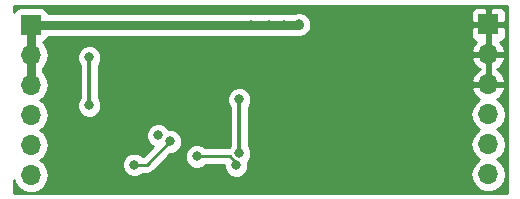
<source format=gbr>
G04 #@! TF.GenerationSoftware,KiCad,Pcbnew,(5.0.1)-3*
G04 #@! TF.CreationDate,2019-09-21T13:45:32-04:00*
G04 #@! TF.ProjectId,BMS Board Rev2,424D5320426F61726420526576322E6B,rev?*
G04 #@! TF.SameCoordinates,Original*
G04 #@! TF.FileFunction,Copper,L2,Bot,Signal*
G04 #@! TF.FilePolarity,Positive*
%FSLAX46Y46*%
G04 Gerber Fmt 4.6, Leading zero omitted, Abs format (unit mm)*
G04 Created by KiCad (PCBNEW (5.0.1)-3) date 9/21/2019 1:45:32 PM*
%MOMM*%
%LPD*%
G01*
G04 APERTURE LIST*
G04 #@! TA.AperFunction,ComponentPad*
%ADD10R,1.700000X1.700000*%
G04 #@! TD*
G04 #@! TA.AperFunction,ComponentPad*
%ADD11O,1.700000X1.700000*%
G04 #@! TD*
G04 #@! TA.AperFunction,ViaPad*
%ADD12C,0.800000*%
G04 #@! TD*
G04 #@! TA.AperFunction,Conductor*
%ADD13C,0.350000*%
G04 #@! TD*
G04 #@! TA.AperFunction,Conductor*
%ADD14C,0.750000*%
G04 #@! TD*
G04 #@! TA.AperFunction,Conductor*
%ADD15C,0.250000*%
G04 #@! TD*
G04 #@! TA.AperFunction,Conductor*
%ADD16C,0.254000*%
G04 #@! TD*
G04 APERTURE END LIST*
D10*
G04 #@! TO.P,J3,1*
G04 #@! TO.N,GND_Protected*
X102616000Y-43688000D03*
D11*
G04 #@! TO.P,J3,2*
X102616000Y-46228000D03*
G04 #@! TO.P,J3,3*
X102616000Y-48768000D03*
G04 #@! TO.P,J3,4*
G04 #@! TO.N,Net-(C5-Pad1)*
X102616000Y-51308000D03*
G04 #@! TO.P,J3,5*
X102616000Y-53848000D03*
G04 #@! TO.P,J3,6*
X102616000Y-56388000D03*
G04 #@! TD*
D10*
G04 #@! TO.P,J1,1*
G04 #@! TO.N,BAT+*
X63895001Y-43735001D03*
D11*
G04 #@! TO.P,J1,2*
X63895001Y-46275001D03*
G04 #@! TO.P,J1,3*
X63895001Y-48815001D03*
G04 #@! TO.P,J1,4*
G04 #@! TO.N,BAT-*
X63895001Y-51355001D03*
G04 #@! TO.P,J1,5*
X63895001Y-53895001D03*
G04 #@! TO.P,J1,6*
X63895001Y-56435001D03*
G04 #@! TD*
D12*
G04 #@! TO.N,Net-(C2-Pad1)*
X81534000Y-54610000D03*
X81534000Y-50038000D03*
G04 #@! TO.N,BAT+*
X86614000Y-43688000D03*
X85344000Y-43735001D03*
X84074000Y-43735001D03*
X82550000Y-43735001D03*
G04 #@! TO.N,BAT-*
X68834000Y-46482000D03*
X68834000Y-50546000D03*
G04 #@! TO.N,Net-(R2-Pad1)*
X77947998Y-54864000D03*
X81280000Y-55626000D03*
G04 #@! TO.N,GND_Protected*
X75184000Y-56896000D03*
X76200000Y-56896000D03*
X77216000Y-56896000D03*
X78232000Y-56896000D03*
X97028000Y-45720000D03*
X92202000Y-46736000D03*
X86360000Y-48514000D03*
G04 #@! TO.N,Net-(U1-Pad3)*
X74676000Y-53086000D03*
G04 #@! TO.N,Net-(U1-Pad1)*
X75692000Y-53594000D03*
X72644000Y-55575998D03*
G04 #@! TD*
D13*
G04 #@! TO.N,Net-(C2-Pad1)*
X81534000Y-54610000D02*
X81534000Y-50038000D01*
D14*
G04 #@! TO.N,BAT+*
X63895001Y-43735001D02*
X63895001Y-48815001D01*
X85344000Y-43735001D02*
X84074000Y-43735001D01*
X84074000Y-43735001D02*
X82550000Y-43735001D01*
X82550000Y-43735001D02*
X63895001Y-43735001D01*
X86566999Y-43735001D02*
X86614000Y-43688000D01*
X85344000Y-43735001D02*
X86566999Y-43735001D01*
D13*
G04 #@! TO.N,BAT-*
X68834000Y-46482000D02*
X68834000Y-50546000D01*
D15*
G04 #@! TO.N,Net-(R2-Pad1)*
X81280000Y-55429002D02*
X81280000Y-55626000D01*
X77947998Y-54864000D02*
X80714998Y-54864000D01*
X80714998Y-54864000D02*
X81280000Y-55429002D01*
G04 #@! TO.N,Net-(U1-Pad1)*
X75692000Y-53594000D02*
X73710002Y-55575998D01*
X73710002Y-55575998D02*
X72644000Y-55575998D01*
G04 #@! TD*
D16*
G04 #@! TO.N,GND_Protected*
G36*
X104167001Y-57939000D02*
X62457000Y-57939000D01*
X62457000Y-56817538D01*
X62496162Y-57014419D01*
X62824376Y-57505626D01*
X63315583Y-57833840D01*
X63748745Y-57920001D01*
X64041257Y-57920001D01*
X64474419Y-57833840D01*
X64965626Y-57505626D01*
X65293840Y-57014419D01*
X65409093Y-56435001D01*
X65293840Y-55855583D01*
X64969467Y-55370124D01*
X71609000Y-55370124D01*
X71609000Y-55781872D01*
X71766569Y-56162278D01*
X72057720Y-56453429D01*
X72438126Y-56610998D01*
X72849874Y-56610998D01*
X73230280Y-56453429D01*
X73347711Y-56335998D01*
X73635155Y-56335998D01*
X73710002Y-56350886D01*
X73784849Y-56335998D01*
X73784854Y-56335998D01*
X74006539Y-56291902D01*
X74257931Y-56123927D01*
X74300333Y-56060468D01*
X75702675Y-54658126D01*
X76912998Y-54658126D01*
X76912998Y-55069874D01*
X77070567Y-55450280D01*
X77361718Y-55741431D01*
X77742124Y-55899000D01*
X78153872Y-55899000D01*
X78534278Y-55741431D01*
X78651709Y-55624000D01*
X80245000Y-55624000D01*
X80245000Y-55831874D01*
X80402569Y-56212280D01*
X80693720Y-56503431D01*
X81074126Y-56661000D01*
X81485874Y-56661000D01*
X81866280Y-56503431D01*
X82157431Y-56212280D01*
X82315000Y-55831874D01*
X82315000Y-55420126D01*
X82277681Y-55330030D01*
X82411431Y-55196280D01*
X82569000Y-54815874D01*
X82569000Y-54404126D01*
X82411431Y-54023720D01*
X82344000Y-53956289D01*
X82344000Y-51308000D01*
X101101908Y-51308000D01*
X101217161Y-51887418D01*
X101545375Y-52378625D01*
X101843761Y-52578000D01*
X101545375Y-52777375D01*
X101217161Y-53268582D01*
X101101908Y-53848000D01*
X101217161Y-54427418D01*
X101545375Y-54918625D01*
X101843761Y-55118000D01*
X101545375Y-55317375D01*
X101217161Y-55808582D01*
X101101908Y-56388000D01*
X101217161Y-56967418D01*
X101545375Y-57458625D01*
X102036582Y-57786839D01*
X102469744Y-57873000D01*
X102762256Y-57873000D01*
X103195418Y-57786839D01*
X103686625Y-57458625D01*
X104014839Y-56967418D01*
X104130092Y-56388000D01*
X104014839Y-55808582D01*
X103686625Y-55317375D01*
X103388239Y-55118000D01*
X103686625Y-54918625D01*
X104014839Y-54427418D01*
X104130092Y-53848000D01*
X104014839Y-53268582D01*
X103686625Y-52777375D01*
X103388239Y-52578000D01*
X103686625Y-52378625D01*
X104014839Y-51887418D01*
X104130092Y-51308000D01*
X104014839Y-50728582D01*
X103686625Y-50237375D01*
X103367522Y-50024157D01*
X103497358Y-49963183D01*
X103887645Y-49534924D01*
X104057476Y-49124890D01*
X103936155Y-48895000D01*
X102743000Y-48895000D01*
X102743000Y-48915000D01*
X102489000Y-48915000D01*
X102489000Y-48895000D01*
X101295845Y-48895000D01*
X101174524Y-49124890D01*
X101344355Y-49534924D01*
X101734642Y-49963183D01*
X101864478Y-50024157D01*
X101545375Y-50237375D01*
X101217161Y-50728582D01*
X101101908Y-51308000D01*
X82344000Y-51308000D01*
X82344000Y-50691711D01*
X82411431Y-50624280D01*
X82569000Y-50243874D01*
X82569000Y-49832126D01*
X82411431Y-49451720D01*
X82120280Y-49160569D01*
X81739874Y-49003000D01*
X81328126Y-49003000D01*
X80947720Y-49160569D01*
X80656569Y-49451720D01*
X80499000Y-49832126D01*
X80499000Y-50243874D01*
X80656569Y-50624280D01*
X80724001Y-50691712D01*
X80724000Y-53956289D01*
X80656569Y-54023720D01*
X80623316Y-54104000D01*
X78651709Y-54104000D01*
X78534278Y-53986569D01*
X78153872Y-53829000D01*
X77742124Y-53829000D01*
X77361718Y-53986569D01*
X77070567Y-54277720D01*
X76912998Y-54658126D01*
X75702675Y-54658126D01*
X75731802Y-54629000D01*
X75897874Y-54629000D01*
X76278280Y-54471431D01*
X76569431Y-54180280D01*
X76727000Y-53799874D01*
X76727000Y-53388126D01*
X76569431Y-53007720D01*
X76278280Y-52716569D01*
X75897874Y-52559000D01*
X75577986Y-52559000D01*
X75553431Y-52499720D01*
X75262280Y-52208569D01*
X74881874Y-52051000D01*
X74470126Y-52051000D01*
X74089720Y-52208569D01*
X73798569Y-52499720D01*
X73641000Y-52880126D01*
X73641000Y-53291874D01*
X73798569Y-53672280D01*
X74089720Y-53963431D01*
X74201476Y-54009722D01*
X73395201Y-54815998D01*
X73347711Y-54815998D01*
X73230280Y-54698567D01*
X72849874Y-54540998D01*
X72438126Y-54540998D01*
X72057720Y-54698567D01*
X71766569Y-54989718D01*
X71609000Y-55370124D01*
X64969467Y-55370124D01*
X64965626Y-55364376D01*
X64667240Y-55165001D01*
X64965626Y-54965626D01*
X65293840Y-54474419D01*
X65409093Y-53895001D01*
X65293840Y-53315583D01*
X64965626Y-52824376D01*
X64667240Y-52625001D01*
X64965626Y-52425626D01*
X65293840Y-51934419D01*
X65409093Y-51355001D01*
X65293840Y-50775583D01*
X64965626Y-50284376D01*
X64667240Y-50085001D01*
X64965626Y-49885626D01*
X65293840Y-49394419D01*
X65409093Y-48815001D01*
X65293840Y-48235583D01*
X64965626Y-47744376D01*
X64905001Y-47703868D01*
X64905001Y-47386134D01*
X64965626Y-47345626D01*
X65293840Y-46854419D01*
X65408869Y-46276126D01*
X67799000Y-46276126D01*
X67799000Y-46687874D01*
X67956569Y-47068280D01*
X68024000Y-47135711D01*
X68024001Y-49892288D01*
X67956569Y-49959720D01*
X67799000Y-50340126D01*
X67799000Y-50751874D01*
X67956569Y-51132280D01*
X68247720Y-51423431D01*
X68628126Y-51581000D01*
X69039874Y-51581000D01*
X69420280Y-51423431D01*
X69711431Y-51132280D01*
X69869000Y-50751874D01*
X69869000Y-50340126D01*
X69711431Y-49959720D01*
X69644000Y-49892289D01*
X69644000Y-47135711D01*
X69711431Y-47068280D01*
X69869000Y-46687874D01*
X69869000Y-46584890D01*
X101174524Y-46584890D01*
X101344355Y-46994924D01*
X101734642Y-47423183D01*
X101893954Y-47498000D01*
X101734642Y-47572817D01*
X101344355Y-48001076D01*
X101174524Y-48411110D01*
X101295845Y-48641000D01*
X102489000Y-48641000D01*
X102489000Y-46355000D01*
X102743000Y-46355000D01*
X102743000Y-48641000D01*
X103936155Y-48641000D01*
X104057476Y-48411110D01*
X103887645Y-48001076D01*
X103497358Y-47572817D01*
X103338046Y-47498000D01*
X103497358Y-47423183D01*
X103887645Y-46994924D01*
X104057476Y-46584890D01*
X103936155Y-46355000D01*
X102743000Y-46355000D01*
X102489000Y-46355000D01*
X101295845Y-46355000D01*
X101174524Y-46584890D01*
X69869000Y-46584890D01*
X69869000Y-46276126D01*
X69711431Y-45895720D01*
X69420280Y-45604569D01*
X69039874Y-45447000D01*
X68628126Y-45447000D01*
X68247720Y-45604569D01*
X67956569Y-45895720D01*
X67799000Y-46276126D01*
X65408869Y-46276126D01*
X65409093Y-46275001D01*
X65293840Y-45695583D01*
X64965626Y-45204376D01*
X64947382Y-45192185D01*
X64992766Y-45183158D01*
X65202810Y-45042810D01*
X65343158Y-44832766D01*
X65360615Y-44745001D01*
X82283771Y-44745001D01*
X82344126Y-44770001D01*
X82755874Y-44770001D01*
X82816229Y-44745001D01*
X83807771Y-44745001D01*
X83868126Y-44770001D01*
X84279874Y-44770001D01*
X84340229Y-44745001D01*
X85077771Y-44745001D01*
X85138126Y-44770001D01*
X85549874Y-44770001D01*
X85610229Y-44745001D01*
X86467528Y-44745001D01*
X86566999Y-44764787D01*
X86666470Y-44745001D01*
X86666475Y-44745001D01*
X86777081Y-44723000D01*
X86819874Y-44723000D01*
X86859410Y-44706624D01*
X86961081Y-44686400D01*
X87047272Y-44628809D01*
X87200280Y-44565431D01*
X87491431Y-44274280D01*
X87615914Y-43973750D01*
X101131000Y-43973750D01*
X101131000Y-44664310D01*
X101227673Y-44897699D01*
X101406302Y-45076327D01*
X101615878Y-45163136D01*
X101344355Y-45461076D01*
X101174524Y-45871110D01*
X101295845Y-46101000D01*
X102489000Y-46101000D01*
X102489000Y-43815000D01*
X102743000Y-43815000D01*
X102743000Y-46101000D01*
X103936155Y-46101000D01*
X104057476Y-45871110D01*
X103887645Y-45461076D01*
X103616122Y-45163136D01*
X103825698Y-45076327D01*
X104004327Y-44897699D01*
X104101000Y-44664310D01*
X104101000Y-43973750D01*
X103942250Y-43815000D01*
X102743000Y-43815000D01*
X102489000Y-43815000D01*
X101289750Y-43815000D01*
X101131000Y-43973750D01*
X87615914Y-43973750D01*
X87649000Y-43893874D01*
X87649000Y-43482126D01*
X87491431Y-43101720D01*
X87200280Y-42810569D01*
X86961565Y-42711690D01*
X101131000Y-42711690D01*
X101131000Y-43402250D01*
X101289750Y-43561000D01*
X102489000Y-43561000D01*
X102489000Y-42361750D01*
X102743000Y-42361750D01*
X102743000Y-43561000D01*
X103942250Y-43561000D01*
X104101000Y-43402250D01*
X104101000Y-42711690D01*
X104004327Y-42478301D01*
X103825698Y-42299673D01*
X103592309Y-42203000D01*
X102901750Y-42203000D01*
X102743000Y-42361750D01*
X102489000Y-42361750D01*
X102330250Y-42203000D01*
X101639691Y-42203000D01*
X101406302Y-42299673D01*
X101227673Y-42478301D01*
X101131000Y-42711690D01*
X86961565Y-42711690D01*
X86819874Y-42653000D01*
X86408126Y-42653000D01*
X86234300Y-42725001D01*
X85610229Y-42725001D01*
X85549874Y-42700001D01*
X85138126Y-42700001D01*
X85077771Y-42725001D01*
X84340229Y-42725001D01*
X84279874Y-42700001D01*
X83868126Y-42700001D01*
X83807771Y-42725001D01*
X82816229Y-42725001D01*
X82755874Y-42700001D01*
X82344126Y-42700001D01*
X82283771Y-42725001D01*
X65360615Y-42725001D01*
X65343158Y-42637236D01*
X65202810Y-42427192D01*
X64992766Y-42286844D01*
X64745001Y-42237561D01*
X63045001Y-42237561D01*
X62797236Y-42286844D01*
X62587192Y-42427192D01*
X62457000Y-42622037D01*
X62457000Y-42137000D01*
X104167000Y-42137000D01*
X104167001Y-57939000D01*
X104167001Y-57939000D01*
G37*
X104167001Y-57939000D02*
X62457000Y-57939000D01*
X62457000Y-56817538D01*
X62496162Y-57014419D01*
X62824376Y-57505626D01*
X63315583Y-57833840D01*
X63748745Y-57920001D01*
X64041257Y-57920001D01*
X64474419Y-57833840D01*
X64965626Y-57505626D01*
X65293840Y-57014419D01*
X65409093Y-56435001D01*
X65293840Y-55855583D01*
X64969467Y-55370124D01*
X71609000Y-55370124D01*
X71609000Y-55781872D01*
X71766569Y-56162278D01*
X72057720Y-56453429D01*
X72438126Y-56610998D01*
X72849874Y-56610998D01*
X73230280Y-56453429D01*
X73347711Y-56335998D01*
X73635155Y-56335998D01*
X73710002Y-56350886D01*
X73784849Y-56335998D01*
X73784854Y-56335998D01*
X74006539Y-56291902D01*
X74257931Y-56123927D01*
X74300333Y-56060468D01*
X75702675Y-54658126D01*
X76912998Y-54658126D01*
X76912998Y-55069874D01*
X77070567Y-55450280D01*
X77361718Y-55741431D01*
X77742124Y-55899000D01*
X78153872Y-55899000D01*
X78534278Y-55741431D01*
X78651709Y-55624000D01*
X80245000Y-55624000D01*
X80245000Y-55831874D01*
X80402569Y-56212280D01*
X80693720Y-56503431D01*
X81074126Y-56661000D01*
X81485874Y-56661000D01*
X81866280Y-56503431D01*
X82157431Y-56212280D01*
X82315000Y-55831874D01*
X82315000Y-55420126D01*
X82277681Y-55330030D01*
X82411431Y-55196280D01*
X82569000Y-54815874D01*
X82569000Y-54404126D01*
X82411431Y-54023720D01*
X82344000Y-53956289D01*
X82344000Y-51308000D01*
X101101908Y-51308000D01*
X101217161Y-51887418D01*
X101545375Y-52378625D01*
X101843761Y-52578000D01*
X101545375Y-52777375D01*
X101217161Y-53268582D01*
X101101908Y-53848000D01*
X101217161Y-54427418D01*
X101545375Y-54918625D01*
X101843761Y-55118000D01*
X101545375Y-55317375D01*
X101217161Y-55808582D01*
X101101908Y-56388000D01*
X101217161Y-56967418D01*
X101545375Y-57458625D01*
X102036582Y-57786839D01*
X102469744Y-57873000D01*
X102762256Y-57873000D01*
X103195418Y-57786839D01*
X103686625Y-57458625D01*
X104014839Y-56967418D01*
X104130092Y-56388000D01*
X104014839Y-55808582D01*
X103686625Y-55317375D01*
X103388239Y-55118000D01*
X103686625Y-54918625D01*
X104014839Y-54427418D01*
X104130092Y-53848000D01*
X104014839Y-53268582D01*
X103686625Y-52777375D01*
X103388239Y-52578000D01*
X103686625Y-52378625D01*
X104014839Y-51887418D01*
X104130092Y-51308000D01*
X104014839Y-50728582D01*
X103686625Y-50237375D01*
X103367522Y-50024157D01*
X103497358Y-49963183D01*
X103887645Y-49534924D01*
X104057476Y-49124890D01*
X103936155Y-48895000D01*
X102743000Y-48895000D01*
X102743000Y-48915000D01*
X102489000Y-48915000D01*
X102489000Y-48895000D01*
X101295845Y-48895000D01*
X101174524Y-49124890D01*
X101344355Y-49534924D01*
X101734642Y-49963183D01*
X101864478Y-50024157D01*
X101545375Y-50237375D01*
X101217161Y-50728582D01*
X101101908Y-51308000D01*
X82344000Y-51308000D01*
X82344000Y-50691711D01*
X82411431Y-50624280D01*
X82569000Y-50243874D01*
X82569000Y-49832126D01*
X82411431Y-49451720D01*
X82120280Y-49160569D01*
X81739874Y-49003000D01*
X81328126Y-49003000D01*
X80947720Y-49160569D01*
X80656569Y-49451720D01*
X80499000Y-49832126D01*
X80499000Y-50243874D01*
X80656569Y-50624280D01*
X80724001Y-50691712D01*
X80724000Y-53956289D01*
X80656569Y-54023720D01*
X80623316Y-54104000D01*
X78651709Y-54104000D01*
X78534278Y-53986569D01*
X78153872Y-53829000D01*
X77742124Y-53829000D01*
X77361718Y-53986569D01*
X77070567Y-54277720D01*
X76912998Y-54658126D01*
X75702675Y-54658126D01*
X75731802Y-54629000D01*
X75897874Y-54629000D01*
X76278280Y-54471431D01*
X76569431Y-54180280D01*
X76727000Y-53799874D01*
X76727000Y-53388126D01*
X76569431Y-53007720D01*
X76278280Y-52716569D01*
X75897874Y-52559000D01*
X75577986Y-52559000D01*
X75553431Y-52499720D01*
X75262280Y-52208569D01*
X74881874Y-52051000D01*
X74470126Y-52051000D01*
X74089720Y-52208569D01*
X73798569Y-52499720D01*
X73641000Y-52880126D01*
X73641000Y-53291874D01*
X73798569Y-53672280D01*
X74089720Y-53963431D01*
X74201476Y-54009722D01*
X73395201Y-54815998D01*
X73347711Y-54815998D01*
X73230280Y-54698567D01*
X72849874Y-54540998D01*
X72438126Y-54540998D01*
X72057720Y-54698567D01*
X71766569Y-54989718D01*
X71609000Y-55370124D01*
X64969467Y-55370124D01*
X64965626Y-55364376D01*
X64667240Y-55165001D01*
X64965626Y-54965626D01*
X65293840Y-54474419D01*
X65409093Y-53895001D01*
X65293840Y-53315583D01*
X64965626Y-52824376D01*
X64667240Y-52625001D01*
X64965626Y-52425626D01*
X65293840Y-51934419D01*
X65409093Y-51355001D01*
X65293840Y-50775583D01*
X64965626Y-50284376D01*
X64667240Y-50085001D01*
X64965626Y-49885626D01*
X65293840Y-49394419D01*
X65409093Y-48815001D01*
X65293840Y-48235583D01*
X64965626Y-47744376D01*
X64905001Y-47703868D01*
X64905001Y-47386134D01*
X64965626Y-47345626D01*
X65293840Y-46854419D01*
X65408869Y-46276126D01*
X67799000Y-46276126D01*
X67799000Y-46687874D01*
X67956569Y-47068280D01*
X68024000Y-47135711D01*
X68024001Y-49892288D01*
X67956569Y-49959720D01*
X67799000Y-50340126D01*
X67799000Y-50751874D01*
X67956569Y-51132280D01*
X68247720Y-51423431D01*
X68628126Y-51581000D01*
X69039874Y-51581000D01*
X69420280Y-51423431D01*
X69711431Y-51132280D01*
X69869000Y-50751874D01*
X69869000Y-50340126D01*
X69711431Y-49959720D01*
X69644000Y-49892289D01*
X69644000Y-47135711D01*
X69711431Y-47068280D01*
X69869000Y-46687874D01*
X69869000Y-46584890D01*
X101174524Y-46584890D01*
X101344355Y-46994924D01*
X101734642Y-47423183D01*
X101893954Y-47498000D01*
X101734642Y-47572817D01*
X101344355Y-48001076D01*
X101174524Y-48411110D01*
X101295845Y-48641000D01*
X102489000Y-48641000D01*
X102489000Y-46355000D01*
X102743000Y-46355000D01*
X102743000Y-48641000D01*
X103936155Y-48641000D01*
X104057476Y-48411110D01*
X103887645Y-48001076D01*
X103497358Y-47572817D01*
X103338046Y-47498000D01*
X103497358Y-47423183D01*
X103887645Y-46994924D01*
X104057476Y-46584890D01*
X103936155Y-46355000D01*
X102743000Y-46355000D01*
X102489000Y-46355000D01*
X101295845Y-46355000D01*
X101174524Y-46584890D01*
X69869000Y-46584890D01*
X69869000Y-46276126D01*
X69711431Y-45895720D01*
X69420280Y-45604569D01*
X69039874Y-45447000D01*
X68628126Y-45447000D01*
X68247720Y-45604569D01*
X67956569Y-45895720D01*
X67799000Y-46276126D01*
X65408869Y-46276126D01*
X65409093Y-46275001D01*
X65293840Y-45695583D01*
X64965626Y-45204376D01*
X64947382Y-45192185D01*
X64992766Y-45183158D01*
X65202810Y-45042810D01*
X65343158Y-44832766D01*
X65360615Y-44745001D01*
X82283771Y-44745001D01*
X82344126Y-44770001D01*
X82755874Y-44770001D01*
X82816229Y-44745001D01*
X83807771Y-44745001D01*
X83868126Y-44770001D01*
X84279874Y-44770001D01*
X84340229Y-44745001D01*
X85077771Y-44745001D01*
X85138126Y-44770001D01*
X85549874Y-44770001D01*
X85610229Y-44745001D01*
X86467528Y-44745001D01*
X86566999Y-44764787D01*
X86666470Y-44745001D01*
X86666475Y-44745001D01*
X86777081Y-44723000D01*
X86819874Y-44723000D01*
X86859410Y-44706624D01*
X86961081Y-44686400D01*
X87047272Y-44628809D01*
X87200280Y-44565431D01*
X87491431Y-44274280D01*
X87615914Y-43973750D01*
X101131000Y-43973750D01*
X101131000Y-44664310D01*
X101227673Y-44897699D01*
X101406302Y-45076327D01*
X101615878Y-45163136D01*
X101344355Y-45461076D01*
X101174524Y-45871110D01*
X101295845Y-46101000D01*
X102489000Y-46101000D01*
X102489000Y-43815000D01*
X102743000Y-43815000D01*
X102743000Y-46101000D01*
X103936155Y-46101000D01*
X104057476Y-45871110D01*
X103887645Y-45461076D01*
X103616122Y-45163136D01*
X103825698Y-45076327D01*
X104004327Y-44897699D01*
X104101000Y-44664310D01*
X104101000Y-43973750D01*
X103942250Y-43815000D01*
X102743000Y-43815000D01*
X102489000Y-43815000D01*
X101289750Y-43815000D01*
X101131000Y-43973750D01*
X87615914Y-43973750D01*
X87649000Y-43893874D01*
X87649000Y-43482126D01*
X87491431Y-43101720D01*
X87200280Y-42810569D01*
X86961565Y-42711690D01*
X101131000Y-42711690D01*
X101131000Y-43402250D01*
X101289750Y-43561000D01*
X102489000Y-43561000D01*
X102489000Y-42361750D01*
X102743000Y-42361750D01*
X102743000Y-43561000D01*
X103942250Y-43561000D01*
X104101000Y-43402250D01*
X104101000Y-42711690D01*
X104004327Y-42478301D01*
X103825698Y-42299673D01*
X103592309Y-42203000D01*
X102901750Y-42203000D01*
X102743000Y-42361750D01*
X102489000Y-42361750D01*
X102330250Y-42203000D01*
X101639691Y-42203000D01*
X101406302Y-42299673D01*
X101227673Y-42478301D01*
X101131000Y-42711690D01*
X86961565Y-42711690D01*
X86819874Y-42653000D01*
X86408126Y-42653000D01*
X86234300Y-42725001D01*
X85610229Y-42725001D01*
X85549874Y-42700001D01*
X85138126Y-42700001D01*
X85077771Y-42725001D01*
X84340229Y-42725001D01*
X84279874Y-42700001D01*
X83868126Y-42700001D01*
X83807771Y-42725001D01*
X82816229Y-42725001D01*
X82755874Y-42700001D01*
X82344126Y-42700001D01*
X82283771Y-42725001D01*
X65360615Y-42725001D01*
X65343158Y-42637236D01*
X65202810Y-42427192D01*
X64992766Y-42286844D01*
X64745001Y-42237561D01*
X63045001Y-42237561D01*
X62797236Y-42286844D01*
X62587192Y-42427192D01*
X62457000Y-42622037D01*
X62457000Y-42137000D01*
X104167000Y-42137000D01*
X104167001Y-57939000D01*
G04 #@! TD*
M02*

</source>
